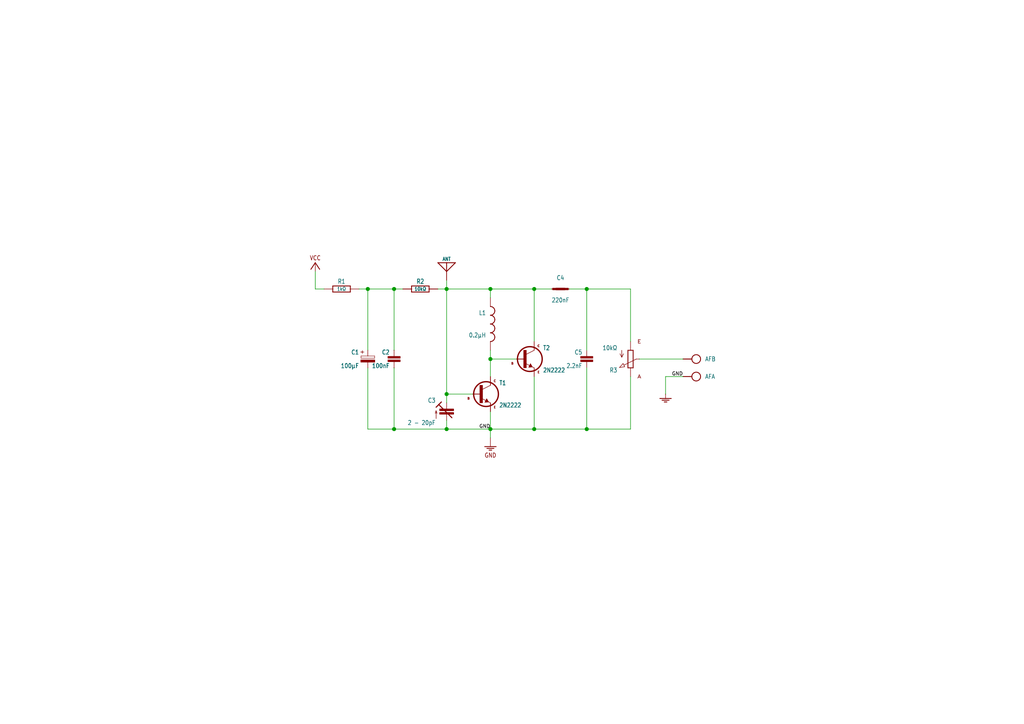
<source format=kicad_sch>
(kicad_sch (version 20210406) (generator eeschema)
  (paper "A4")
  (lib_symbols
    (symbol "FM-Radio-Simple-Receiver-eagle-import:2N2222"
      (property "Reference" "T" (at 5.08 2.54 0))
      (property "Value" "2N2222" (at 5.08 -2.54 0))
      (symbol "2N2222_1_0"
        (circle (center 1.27 0) (radius 3.5921) (stroke (width 0.381)))
        (text "B" (at -3.81 -1.27 0) (effects (font (size 0.6096 0.6096))))
        (text "C" (at 3.81 3.81 0) (effects (font (size 0.6096 0.6096))))
        (text "E" (at 3.81 -3.81 0) (effects (font (size 0.6096 0.6096))))
        (rectangle (start -0.508 -2.54) (end 0.254 2.54) (fill (type outline)))
        (polyline (pts (xy 0.9525 -2.3812) (xy 1.4605 -1.3652)) (stroke (width 0.1524)))
        (polyline (pts (xy 1.2065 -2.2542) (xy 1.778 -2.1907)) (stroke (width 0.3048)))
        (polyline (pts (xy 1.2065 -2.1272) (xy 1.5875 -2.1272)) (stroke (width 0.254)))
        (polyline (pts (xy 1.4605 -1.6192) (xy 1.2065 -2.1272)) (stroke (width 0.254)))
        (polyline (pts (xy 1.4605 -1.3652) (xy 1.9685 -2.2542)) (stroke (width 0.1524)))
        (polyline (pts (xy 1.5875 -2.1272) (xy 1.4605 -1.8732)) (stroke (width 0.254)))
        (polyline (pts (xy 1.778 -2.1907) (xy 1.4605 -1.6192)) (stroke (width 0.3048)))
        (polyline (pts (xy 1.9685 -2.2542) (xy 0.308 -1.424)) (stroke (width 0.1524)))
        (polyline (pts (xy 1.9685 -2.2542) (xy 0.9525 -2.3812)) (stroke (width 0.1524)))
        (polyline (pts (xy 2.54 -2.54) (xy 1.9685 -2.2542)) (stroke (width 0.1524)))
        (polyline (pts (xy 2.54 2.54) (xy 0.0635 1.3017)) (stroke (width 0.1524)))
        (pin passive line (at 2.54 -5.08 90) (length 2.54) (name "E") (number "1"))
        (pin passive line (at -2.54 0 0) (length 2.54) (name "B") (number "2"))
        (pin passive line (at 2.54 5.08 270) (length 2.54) (name "C") (number "3"))
      )
    )
    (symbol "FM-Radio-Simple-Receiver-eagle-import:ANT"
      (property "Reference" "ANT" (at 0 5.588 0))
      (symbol "ANT_1_0"
        (polyline (pts (xy -2.54 5.08) (xy 0 5.08)) (stroke (width 0.254)))
        (polyline (pts (xy 0 2.54) (xy -2.54 5.08)) (stroke (width 0.254)))
        (polyline (pts (xy 0 5.08) (xy 0 2.54)) (stroke (width 0.254)))
        (polyline (pts (xy 0 5.08) (xy 2.54 5.08)) (stroke (width 0.254)))
        (polyline (pts (xy 2.54 5.08) (xy 0 2.54)) (stroke (width 0.254)))
        (pin output line (at 0 0 90) (length 2.54) (name "1") (number "1"))
      )
    )
    (symbol "FM-Radio-Simple-Receiver-eagle-import:C-H050-020X044"
      (property "Reference" "C" (at 0 2.54 0))
      (property "Value" "C-H050-020X044" (at 0 -2.54 0))
      (symbol "C-H050-020X044_1_0"
        (rectangle (start -2.286 -0.254) (end 1.27 0.254) (fill (type outline)))
        (rectangle (start -1.27 -0.254) (end 2.286 0.254) (fill (type outline)))
        (polyline (pts (xy -2.54 0) (xy -0.762 0)) (stroke (width 0.1524)))
        (polyline (pts (xy 2.54 0) (xy 0.762 0)) (stroke (width 0.1524)))
        (pin passive line (at -2.54 0 0) (length 0) (name "1") (number "1"))
        (pin passive line (at 2.54 0 180) (length 0) (name "2") (number "2"))
      )
    )
    (symbol "FM-Radio-Simple-Receiver-eagle-import:C-TR-PH201272222-808-2PIND"
      (property "Reference" "C" (at -3.175 2.54 0))
      (property "Value" "C-TR-PH201272222-808-2PIND" (at -3.175 -2.54 0))
      (symbol "C-TR-PH201272222-808-2PIND_1_0"
        (rectangle (start -2.032 -0.762) (end 2.032 -0.254) (fill (type outline)))
        (rectangle (start -2.032 0.254) (end 2.032 0.762) (fill (type outline)))
        (polyline (pts (xy -3.048 -2.032) (xy -3.048 0.254)) (stroke (width 0.1524)))
        (polyline (pts (xy -3.048 0.254) (xy -3.302 -0.508)) (stroke (width 0.1524)))
        (polyline (pts (xy -3.048 0.254) (xy -2.794 -0.508)) (stroke (width 0.1524)))
        (polyline (pts (xy -3.048 1.27) (xy -2.286 2.032)) (stroke (width 0.3048)))
        (polyline (pts (xy -2.286 2.032) (xy -1.524 2.794)) (stroke (width 0.3048)))
        (polyline (pts (xy 0 -2.54) (xy 0 -0.762)) (stroke (width 0.1524)))
        (polyline (pts (xy 0 2.54) (xy 0 0.762)) (stroke (width 0.1524)))
        (polyline (pts (xy 1.524 -1.778) (xy -2.286 2.032)) (stroke (width 0.3048)))
        (pin passive line (at 0 -2.54 270) (length 0) (name "A") (number "2"))
        (pin passive line (at 0 2.54 90) (length 0) (name "E") (number "3"))
      )
    )
    (symbol "FM-Radio-Simple-Receiver-eagle-import:C050-020X036_V"
      (property "Reference" "C" (at -1.27 1.27 0))
      (property "Value" "C050-020X036_V" (at -1.27 -1.27 0))
      (symbol "C050-020X036_V_1_0"
        (rectangle (start -1.778 -0.762) (end 1.778 -0.254) (fill (type outline)))
        (rectangle (start -1.778 0.254) (end 1.778 0.762) (fill (type outline)))
        (polyline (pts (xy 0 -2.54) (xy 0 -0.762)) (stroke (width 0.1524)))
        (polyline (pts (xy 0 2.54) (xy 0 0.762)) (stroke (width 0.1524)))
        (pin passive line (at 0 2.54 270) (length 0) (name "1") (number "1"))
        (pin passive line (at 0 -2.54 90) (length 0) (name "2") (number "2"))
      )
    )
    (symbol "FM-Radio-Simple-Receiver-eagle-import:CPOLE2,5-5_V"
      (property "Reference" "C" (at -2.54 1.27 0))
      (property "Value" "CPOLE2,5-5_V" (at -2.54 -1.27 0))
      (symbol "CPOLE2,5-5_V_1_0"
        (text "+" (at -0.9525 1.27 900) (effects (font (size 1.27 1.0795)) (justify left bottom)))
        (rectangle (start -2.032 -0.889) (end 2.032 -0.254) (fill (type outline)))
        (polyline (pts (xy -1.9685 0.254) (xy 1.9685 0.254)) (stroke (width 0.127)))
        (polyline (pts (xy -1.9685 0.889) (xy -1.9685 0.254)) (stroke (width 0.127)))
        (polyline (pts (xy 0 -2.54) (xy 0 -0.762)) (stroke (width 0.1524)))
        (polyline (pts (xy 0 0.889) (xy -1.9685 0.889)) (stroke (width 0.127)))
        (polyline (pts (xy 0 2.54) (xy 0 0.889)) (stroke (width 0.1524)))
        (polyline (pts (xy 1.9685 0.254) (xy 1.9685 0.889)) (stroke (width 0.127)))
        (polyline (pts (xy 1.9685 0.889) (xy 0 0.889)) (stroke (width 0.127)))
        (pin passive line (at 0 2.54 270) (length 0) (name "+") (number "+"))
        (pin passive line (at 0 -2.54 90) (length 0) (name "-") (number "-"))
      )
    )
    (symbol "FM-Radio-Simple-Receiver-eagle-import:GND" (power)
      (symbol "GND_1_0"
        (polyline (pts (xy -1.651 -1.27) (xy 0 -1.27)) (stroke (width 0.254)))
        (polyline (pts (xy -1.016 -1.778) (xy 1.016 -1.778)) (stroke (width 0.254)))
        (polyline (pts (xy -0.381 -2.286) (xy 0.381 -2.286)) (stroke (width 0.254)))
        (polyline (pts (xy 0 -1.27) (xy 0 0)) (stroke (width 0.1524)))
        (polyline (pts (xy 0 -1.27) (xy 1.651 -1.27)) (stroke (width 0.254)))
        (pin power_in line (at 0 0 270) (length 0) (name "GND") (number "1"))
      )
    )
    (symbol "FM-Radio-Simple-Receiver-eagle-import:L10_10X"
      (property "Reference" "L" (at -1.27 2.54 0))
      (property "Value" "L10_10X" (at -1.27 -2.54 0))
      (symbol "L10_10X_1_0"
        (arc (start 1.27 -3.81) (end 0 -2.54) (radius (at 0 -3.81) (length 1.27) (angles 0 90)) (stroke (width 0.254)))
        (arc (start 0 -5.08) (end 1.27 -3.81) (radius (at 0 -3.81) (length 1.27) (angles -90 0)) (stroke (width 0.254)))
        (arc (start 1.27 -1.27) (end 0 0) (radius (at 0 -1.27) (length 1.27) (angles 0 90)) (stroke (width 0.254)))
        (arc (start 0 -2.54) (end 1.27 -1.27) (radius (at 0 -1.27) (length 1.27) (angles -90 0)) (stroke (width 0.254)))
        (arc (start 1.27 1.27) (end 0 2.54) (radius (at 0 1.27) (length 1.27) (angles 0 90)) (stroke (width 0.254)))
        (arc (start 0 0) (end 1.27 1.27) (radius (at 0 1.27) (length 1.27) (angles -90 0)) (stroke (width 0.254)))
        (arc (start 1.27 3.81) (end 0 5.08) (radius (at 0 3.81) (length 1.27) (angles 0 90)) (stroke (width 0.254)))
        (arc (start 0 2.54) (end 1.27 3.81) (radius (at 0 3.81) (length 1.27) (angles -90 0)) (stroke (width 0.254)))
        (pin passive line (at 0 7.62 270) (length 2.54) (name "1") (number "P$1"))
        (pin passive line (at 0 -7.62 90) (length 2.54) (name "2") (number "P$2"))
      )
    )
    (symbol "FM-Radio-Simple-Receiver-eagle-import:POT"
      (property "Reference" "R" (at -3.81 2.54 0))
      (property "Value" "POT" (at -3.81 -2.54 0))
      (symbol "POT_1_0"
        (text "A" (at 2.54 5.08 0) (effects (font (size 1.016 1.27))))
        (text "E" (at 2.54 -5.08 0) (effects (font (size 1.016 1.27))))
        (polyline (pts (xy -3.1989 2.4495) (xy -1.7018 2.2352)) (stroke (width 0.1524)))
        (polyline (pts (xy -2.54 -2.54) (xy -2.54 -0.508)) (stroke (width 0.1524)))
        (polyline (pts (xy -2.54 -0.508) (xy -3.048 -1.524)) (stroke (width 0.1524)))
        (polyline (pts (xy -2.54 -0.508) (xy -2.032 -1.524)) (stroke (width 0.1524)))
        (polyline (pts (xy -2.1597 1.2939) (xy -3.1989 2.4495)) (stroke (width 0.1524)))
        (polyline (pts (xy -2.1597 1.2939) (xy -1.7018 2.2352)) (stroke (width 0.1524)))
        (polyline (pts (xy -0.762 -2.54) (xy 0.762 -2.54)) (stroke (width 0.254)))
        (polyline (pts (xy -0.762 2.54) (xy -0.762 -2.54)) (stroke (width 0.254)))
        (polyline (pts (xy 0.762 -2.54) (xy 0.762 2.54)) (stroke (width 0.254)))
        (polyline (pts (xy 0.762 2.54) (xy -0.762 2.54)) (stroke (width 0.254)))
        (polyline (pts (xy 1.651 0) (xy -1.8796 1.7526)) (stroke (width 0.1524)))
        (polyline (pts (xy 2.54 0) (xy 1.651 0)) (stroke (width 0.1524)))
        (pin passive line (at 0 -5.08 90) (length 2.54) (name "A") (number "A"))
        (pin passive line (at 0 5.08 270) (length 2.54) (name "E") (number "E"))
        (pin passive line (at 2.54 0 180) (length 0) (name "S") (number "S"))
      )
    )
    (symbol "FM-Radio-Simple-Receiver-eagle-import:R-H0204_10"
      (property "Reference" "R" (at 0 1.4986 0))
      (property "Value" "R-H0204_10" (at 0 0 0))
      (symbol "R-H0204_10_1_0"
        (polyline (pts (xy -2.54 -0.889) (xy -2.54 0.889)) (stroke (width 0.254)))
        (polyline (pts (xy -2.54 -0.889) (xy 2.54 -0.889)) (stroke (width 0.254)))
        (polyline (pts (xy 2.54 -0.889) (xy 2.54 0.889)) (stroke (width 0.254)))
        (polyline (pts (xy 2.54 0.889) (xy -2.54 0.889)) (stroke (width 0.254)))
        (pin passive line (at -5.08 0 0) (length 2.54) (name "1") (number "1"))
        (pin passive line (at 5.08 0 180) (length 2.54) (name "2") (number "2"))
      )
    )
    (symbol "FM-Radio-Simple-Receiver-eagle-import:SPAD+-+-"
      (property "Reference" "J" (at -6.35 0 0))
      (symbol "SPAD+-+-_1_0"
        (circle (center -3.81 0) (radius 1.27) (stroke (width 0.254)))
        (polyline (pts (xy 0 0) (xy -2.54 0)) (stroke (width 0.254)))
        (pin passive line (at 0 0 180) (length 0) (name "P$1") (number "1"))
      )
      (symbol "SPAD+-+-_2_0"
        (circle (center -3.81 0) (radius 1.27) (stroke (width 0.254)))
        (polyline (pts (xy 0 0) (xy -2.54 0)) (stroke (width 0.254)))
        (pin passive line (at 0 0 180) (length 0) (name "P$1") (number "2"))
      )
    )
    (symbol "FM-Radio-Simple-Receiver-eagle-import:VCC_GNDL"
      (symbol "VCC_GNDL_1_0"
        (text "VCC" (at 0 3.175 0) (effects (font (size 1.27 1.0795)) (justify bottom)))
        (polyline (pts (xy 0 2.54) (xy -1.27 0.635)) (stroke (width 0.254)))
        (polyline (pts (xy 1.27 0.635) (xy 0 2.54)) (stroke (width 0.254)))
        (pin power_in line (at 0 0 90) (length 2.54) (name "VCC") (number "2"))
      )
      (symbol "VCC_GNDL_2_0"
        (text "GND" (at 0 -4.318 0) (effects (font (size 1.27 1.0795)) (justify top)))
        (polyline (pts (xy -1.651 -2.54) (xy 1.651 -2.54)) (stroke (width 0.254)))
        (polyline (pts (xy -1.016 -3.048) (xy 1.016 -3.048)) (stroke (width 0.254)))
        (polyline (pts (xy -0.381 -3.556) (xy 0.381 -3.556)) (stroke (width 0.254)))
        (pin power_in line (at 0 0 270) (length 2.54) (name "GND") (number "1"))
      )
    )
  )
  (junction (at 106.68 83.82) (diameter 1.016))
  (junction (at 114.3 83.82) (diameter 1.016))
  (junction (at 114.3 124.46) (diameter 1.016))
  (junction (at 129.54 83.82) (diameter 1.016))
  (junction (at 129.54 114.3) (diameter 1.016))
  (junction (at 129.54 124.46) (diameter 1.016))
  (junction (at 142.24 83.82) (diameter 1.016))
  (junction (at 142.24 104.14) (diameter 1.016))
  (junction (at 142.24 124.46) (diameter 1.016))
  (junction (at 154.94 83.82) (diameter 1.016))
  (junction (at 154.94 124.46) (diameter 1.016))
  (junction (at 170.18 83.82) (diameter 1.016))
  (junction (at 170.18 124.46) (diameter 1.016))
  (wire (pts (xy 91.44 78.74) (xy 91.44 83.82)))
  (wire (pts (xy 91.44 83.82) (xy 93.98 83.82)))
  (wire (pts (xy 104.14 83.82) (xy 106.68 83.82)))
  (wire (pts (xy 106.68 83.82) (xy 114.3 83.82)))
  (wire (pts (xy 106.68 101.6) (xy 106.68 83.82)))
  (wire (pts (xy 106.68 106.68) (xy 106.68 124.46)))
  (wire (pts (xy 106.68 124.46) (xy 114.3 124.46)))
  (wire (pts (xy 114.3 83.82) (xy 116.84 83.82)))
  (wire (pts (xy 114.3 101.6) (xy 114.3 83.82)))
  (wire (pts (xy 114.3 124.46) (xy 114.3 106.68)))
  (wire (pts (xy 127 83.82) (xy 129.54 83.82)))
  (wire (pts (xy 129.54 81.28) (xy 129.54 83.82)))
  (wire (pts (xy 129.54 83.82) (xy 142.24 83.82)))
  (wire (pts (xy 129.54 114.3) (xy 129.54 83.82)))
  (wire (pts (xy 129.54 114.3) (xy 129.54 116.84)))
  (wire (pts (xy 129.54 121.92) (xy 129.54 124.46)))
  (wire (pts (xy 129.54 124.46) (xy 114.3 124.46)))
  (wire (pts (xy 129.54 124.46) (xy 142.24 124.46)))
  (wire (pts (xy 137.16 114.3) (xy 129.54 114.3)))
  (wire (pts (xy 142.24 83.82) (xy 142.24 86.36)))
  (wire (pts (xy 142.24 101.6) (xy 142.24 104.14)))
  (wire (pts (xy 142.24 104.14) (xy 142.24 109.22)))
  (wire (pts (xy 142.24 119.38) (xy 142.24 124.46)))
  (wire (pts (xy 142.24 124.46) (xy 142.24 127)))
  (wire (pts (xy 142.24 124.46) (xy 154.94 124.46)))
  (wire (pts (xy 149.86 104.14) (xy 142.24 104.14)))
  (wire (pts (xy 154.94 83.82) (xy 142.24 83.82)))
  (wire (pts (xy 154.94 99.06) (xy 154.94 83.82)))
  (wire (pts (xy 154.94 109.22) (xy 154.94 124.46)))
  (wire (pts (xy 154.94 124.46) (xy 170.18 124.46)))
  (wire (pts (xy 160.02 83.82) (xy 154.94 83.82)))
  (wire (pts (xy 165.1 83.82) (xy 170.18 83.82)))
  (wire (pts (xy 170.18 83.82) (xy 182.88 83.82)))
  (wire (pts (xy 170.18 101.6) (xy 170.18 83.82)))
  (wire (pts (xy 170.18 106.68) (xy 170.18 124.46)))
  (wire (pts (xy 170.18 124.46) (xy 182.88 124.46)))
  (wire (pts (xy 182.88 83.82) (xy 182.88 99.06)))
  (wire (pts (xy 182.88 124.46) (xy 182.88 109.22)))
  (wire (pts (xy 193.04 109.22) (xy 193.04 114.3)))
  (wire (pts (xy 198.12 104.14) (xy 185.42 104.14)))
  (wire (pts (xy 198.12 109.22) (xy 193.04 109.22)))
  (label "GND" (at 142.24 124.46 180) (effects (font (size 1.016 1.016))))
  (label "GND" (at 198.12 109.22 180) (effects (font (size 1.016 1.016))))
  (symbol (lib_id "FM-Radio-Simple-Receiver-eagle-import:C-H050-020X044") (at 162.56 83.82 0) (unit 1)
    (property "Reference" "C4" (at 162.56 81.28 0) (effects (font (size 1.27 1.0795)) (justify bottom)))
    (property "Value" "220nF" (at 162.56 86.36 0) (effects (font (size 1.27 1.0795)) (justify top)))
    (property "Footprint" "C050-020X044" (effects hide))
  )
  (symbol (lib_id "FM-Radio-Simple-Receiver-eagle-import:GND") (at 193.04 114.3 0) (unit 1)
    (property "Reference" "#S1" (effects hide))
    (property "Value" "GND" (effects hide))
  )
  (symbol (lib_id "FM-Radio-Simple-Receiver-eagle-import:SPAD+-+-") (at 198.12 104.14 180) (unit 2)
    (property "Reference" "AF" (at 204.47 104.14 0) (effects (font (size 1.27 1.0795)) (justify right)))
    (property "Value" "SPAD+-+-" (effects hide))
    (property "Footprint" "SPAD+-" (effects hide))
  )
  (symbol (lib_id "FM-Radio-Simple-Receiver-eagle-import:SPAD+-+-") (at 198.12 109.22 180) (unit 1)
    (property "Reference" "AF" (at 204.47 109.22 0) (effects (font (size 1.27 1.0795)) (justify right)))
    (property "Value" "SPAD+-+-" (effects hide))
    (property "Footprint" "SPAD+-" (effects hide))
  )
  (symbol (lib_id "FM-Radio-Simple-Receiver-eagle-import:VCC_GNDL") (at 91.44 78.74 0) (unit 1)
    (property "Reference" "BAT" (effects hide))
    (property "Value" "VCC_GNDL" (effects hide))
    (property "Footprint" "SPAD-+" (effects hide))
  )
  (symbol (lib_id "FM-Radio-Simple-Receiver-eagle-import:C050-020X036_V") (at 114.3 104.14 0) (unit 1)
    (property "Reference" "C2" (at 113.03 102.87 0) (effects (font (size 1.27 1.0795)) (justify right bottom)))
    (property "Value" "100nF" (at 113.03 105.41 0) (effects (font (size 1.27 1.0795)) (justify right top)))
    (property "Footprint" "C050-020X036_V" (effects hide))
  )
  (symbol (lib_id "FM-Radio-Simple-Receiver-eagle-import:C050-020X036_V") (at 170.18 104.14 0) (unit 1)
    (property "Reference" "C5" (at 168.91 102.87 0) (effects (font (size 1.27 1.0795)) (justify right bottom)))
    (property "Value" "2.2nF" (at 168.91 105.41 0) (effects (font (size 1.27 1.0795)) (justify right top)))
    (property "Footprint" "C050-020X036_V" (effects hide))
  )
  (symbol (lib_id "FM-Radio-Simple-Receiver-eagle-import:R-H0204_10") (at 99.06 83.82 0) (unit 1)
    (property "Reference" "R1" (at 99.06 82.3214 0) (effects (font (size 1.27 1.0795)) (justify bottom)))
    (property "Value" "1kΩ" (at 99.06 83.82 0) (effects (font (size 1.016 0.8636))))
    (property "Footprint" "0204_10" (effects hide))
  )
  (symbol (lib_id "FM-Radio-Simple-Receiver-eagle-import:R-H0204_10") (at 121.92 83.82 0) (unit 1)
    (property "Reference" "R2" (at 121.92 82.3214 0) (effects (font (size 1.27 1.0795)) (justify bottom)))
    (property "Value" "10kΩ" (at 121.92 83.82 0) (effects (font (size 1.016 0.8636))))
    (property "Footprint" "0204_10" (effects hide))
  )
  (symbol (lib_id "FM-Radio-Simple-Receiver-eagle-import:VCC_GNDL") (at 142.24 127 0) (unit 2)
    (property "Reference" "BAT" (effects hide))
    (property "Value" "VCC_GNDL" (effects hide))
    (property "Footprint" "SPAD-+" (effects hide))
  )
  (symbol (lib_id "FM-Radio-Simple-Receiver-eagle-import:L10_10X") (at 142.24 93.98 0) (unit 1)
    (property "Reference" "L1" (at 140.97 91.44 0) (effects (font (size 1.27 1.0795)) (justify right bottom)))
    (property "Value" "0.2µH" (at 140.97 96.52 0) (effects (font (size 1.27 1.0795)) (justify right top)))
    (property "Footprint" "L-10_10X" (effects hide))
  )
  (symbol (lib_id "FM-Radio-Simple-Receiver-eagle-import:CPOLE2,5-5_V") (at 106.68 104.14 0) (unit 1)
    (property "Reference" "C1" (at 104.14 102.87 0) (effects (font (size 1.27 1.0795)) (justify right bottom)))
    (property "Value" "100µF" (at 104.14 105.41 0) (effects (font (size 1.27 1.0795)) (justify right top)))
    (property "Footprint" "E2,5-5_V" (effects hide))
  )
  (symbol (lib_id "FM-Radio-Simple-Receiver-eagle-import:ANT") (at 129.54 81.28 0) (unit 1)
    (property "Reference" "ANT" (at 129.54 75.692 0) (effects (font (size 1.016 0.8636)) (justify bottom)))
    (property "Value" "ANT" (effects hide))
    (property "Footprint" "SPAD" (effects hide))
  )
  (symbol (lib_id "FM-Radio-Simple-Receiver-eagle-import:C-TR-PH201272222-808-2PIND") (at 129.54 119.38 0) (unit 1)
    (property "Reference" "C3" (at 126.365 116.84 0) (effects (font (size 1.27 1.0795)) (justify right bottom)))
    (property "Value" "2 - 20pF" (at 126.365 121.92 0) (effects (font (size 1.27 1.0795)) (justify right top)))
    (property "Footprint" "TRIM-2222-808" (effects hide))
  )
  (symbol (lib_id "FM-Radio-Simple-Receiver-eagle-import:POT") (at 182.88 104.14 0) (mirror x) (unit 1)
    (property "Reference" "R3" (at 179.07 106.68 0) (effects (font (size 1.27 1.0795)) (justify right bottom)))
    (property "Value" "10kΩ" (at 179.07 101.6 0) (effects (font (size 1.27 1.0795)) (justify right top)))
    (property "Footprint" "POT" (effects hide))
  )
  (symbol (lib_id "FM-Radio-Simple-Receiver-eagle-import:2N2222") (at 139.7 114.3 0) (unit 1)
    (property "Reference" "T1" (at 144.78 111.76 0) (effects (font (size 1.27 1.0795)) (justify left bottom)))
    (property "Value" "2N2222" (at 144.78 116.84 0) (effects (font (size 1.27 1.0795)) (justify left top)))
    (property "Footprint" "TO92" (effects hide))
  )
  (symbol (lib_id "FM-Radio-Simple-Receiver-eagle-import:2N2222") (at 152.4 104.14 0) (unit 1)
    (property "Reference" "T2" (at 157.48 101.6 0) (effects (font (size 1.27 1.0795)) (justify left bottom)))
    (property "Value" "2N2222" (at 157.48 106.68 0) (effects (font (size 1.27 1.0795)) (justify left top)))
    (property "Footprint" "TO92" (effects hide))
  )
)
</source>
